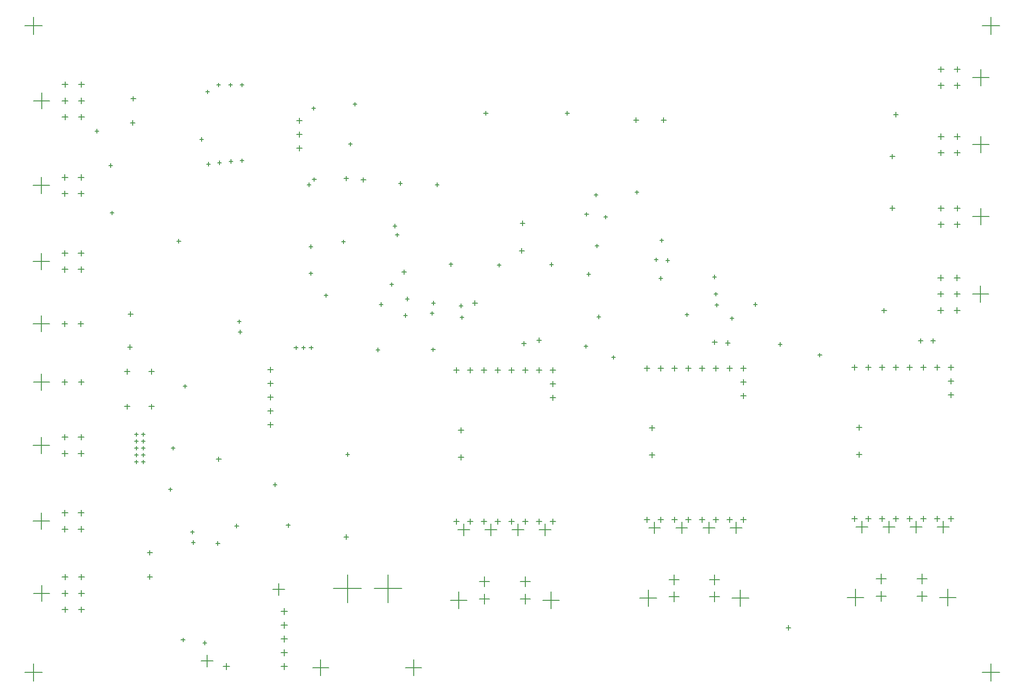
<source format=gbr>
%TF.GenerationSoftware,Altium Limited,Altium Designer,20.1.14 (287)*%
G04 Layer_Color=128*
%FSLAX25Y25*%
%MOIN*%
%TF.SameCoordinates,420D9B4C-C7A0-47ED-81AF-82C992674030*%
%TF.FilePolarity,Positive*%
%TF.FileFunction,Drillmap*%
%TF.Part,Single*%
G01*
G75*
%TA.AperFunction,NonConductor*%
%ADD63C,0.00500*%
D63*
X14852Y313819D02*
X26860D01*
X20856Y307815D02*
Y319823D01*
X47569Y319724D02*
X51781D01*
X49675Y317618D02*
Y321831D01*
X47569Y307913D02*
X51781D01*
X49675Y305807D02*
Y310020D01*
X35758Y319724D02*
X39970D01*
X37864Y317618D02*
Y321831D01*
X35758Y307913D02*
X39970D01*
X37864Y305807D02*
Y310020D01*
X35758Y362989D02*
X39970D01*
X37864Y360883D02*
Y365095D01*
X35758Y374800D02*
X39970D01*
X37864Y372694D02*
Y376906D01*
X47569Y362989D02*
X51781D01*
X49675Y360883D02*
Y365095D01*
X47569Y374800D02*
X51781D01*
X49675Y372694D02*
Y376906D01*
X14852Y368895D02*
X26860D01*
X20856Y362891D02*
Y374898D01*
X198500Y122000D02*
X201500D01*
X200000Y120500D02*
Y123500D01*
X323500Y171500D02*
X327500D01*
X325500Y169500D02*
Y173500D01*
X323500Y191200D02*
X327500D01*
X325500Y189200D02*
Y193200D01*
X382200Y118700D02*
X390800D01*
X386500Y114400D02*
Y123000D01*
X362500Y118700D02*
X371100D01*
X366800Y114400D02*
Y123000D01*
X342800Y118700D02*
X351400D01*
X347100Y114400D02*
Y123000D01*
X323100Y118700D02*
X331700D01*
X327400Y114400D02*
Y123000D01*
X390000Y214700D02*
X394000D01*
X392000Y212700D02*
Y216700D01*
X390000Y224700D02*
X394000D01*
X392000Y222700D02*
Y226700D01*
X390000Y234700D02*
X394000D01*
X392000Y232700D02*
Y236700D01*
X380000Y234700D02*
X384000D01*
X382000Y232700D02*
Y236700D01*
X370000Y234700D02*
X374000D01*
X372000Y232700D02*
Y236700D01*
X360000Y234700D02*
X364000D01*
X362000Y232700D02*
Y236700D01*
X350000Y234700D02*
X354000D01*
X352000Y232700D02*
Y236700D01*
X340000Y234700D02*
X344000D01*
X342000Y232700D02*
Y236700D01*
X330000Y234700D02*
X334000D01*
X332000Y232700D02*
Y236700D01*
X320000Y234700D02*
X324000D01*
X322000Y232700D02*
Y236700D01*
X320000Y124700D02*
X324000D01*
X322000Y122700D02*
Y126700D01*
X330000Y124700D02*
X334000D01*
X332000Y122700D02*
Y126700D01*
X340000Y124700D02*
X344000D01*
X342000Y122700D02*
Y126700D01*
X350000Y124700D02*
X354000D01*
X352000Y122700D02*
Y126700D01*
X360000Y124700D02*
X364000D01*
X362000Y122700D02*
Y126700D01*
X370000Y124700D02*
X374000D01*
X372000Y122700D02*
Y126700D01*
X380000Y124700D02*
X384000D01*
X382000Y122700D02*
Y126700D01*
X390000Y124700D02*
X394000D01*
X392000Y122700D02*
Y126700D01*
X147750Y170000D02*
X151250D01*
X149500Y168250D02*
Y171750D01*
X450750Y416500D02*
X454250D01*
X452500Y414750D02*
Y418250D01*
X240250Y113500D02*
X243750D01*
X242000Y111750D02*
Y115250D01*
X470750Y416500D02*
X474250D01*
X472500Y414750D02*
Y418250D01*
X561250Y47500D02*
X564750D01*
X563000Y45750D02*
Y49250D01*
X262250Y76000D02*
X282550D01*
X272400Y65850D02*
Y86150D01*
X232850Y76000D02*
X253150D01*
X243000Y65850D02*
Y86150D01*
X285100Y18500D02*
X296900D01*
X291000Y12600D02*
Y24400D01*
X217600Y18500D02*
X229400D01*
X223500Y12600D02*
Y24400D01*
X368339Y68500D02*
X375661D01*
X372000Y64839D02*
Y72161D01*
X368339Y81020D02*
X375661D01*
X372000Y77358D02*
Y84681D01*
X338850Y68500D02*
X346173D01*
X342512Y64839D02*
Y72161D01*
X338850Y81020D02*
X346173D01*
X342512Y77358D02*
Y84681D01*
X317748Y67516D02*
X329874D01*
X323811Y61453D02*
Y73579D01*
X384638Y67516D02*
X396764D01*
X390701Y61453D02*
Y73579D01*
X522126Y69016D02*
X534252D01*
X528189Y62953D02*
Y75079D01*
X455236Y69016D02*
X467362D01*
X461299Y62953D02*
Y75079D01*
X476339Y82520D02*
X483661D01*
X480000Y78858D02*
Y86181D01*
X476339Y70000D02*
X483661D01*
X480000Y66339D02*
Y73661D01*
X505827Y82520D02*
X513150D01*
X509488Y78858D02*
Y86181D01*
X505827Y70000D02*
X513150D01*
X509488Y66339D02*
Y73661D01*
X656339Y70500D02*
X663661D01*
X660000Y66839D02*
Y74161D01*
X656339Y83020D02*
X663661D01*
X660000Y79358D02*
Y86681D01*
X626850Y70500D02*
X634173D01*
X630512Y66839D02*
Y74161D01*
X626850Y83020D02*
X634173D01*
X630512Y79358D02*
Y86681D01*
X605748Y69516D02*
X617874D01*
X611811Y63453D02*
Y75579D01*
X672638Y69516D02*
X684764D01*
X678701Y63453D02*
Y75579D01*
X683386Y278189D02*
X687598D01*
X685492Y276083D02*
Y280295D01*
X683386Y290000D02*
X687598D01*
X685492Y287894D02*
Y292106D01*
X683386Y301811D02*
X687598D01*
X685492Y299705D02*
Y303917D01*
X671575Y301811D02*
X675787D01*
X673681Y299705D02*
Y303917D01*
X671575Y290000D02*
X675787D01*
X673681Y287894D02*
Y292106D01*
X671575Y278189D02*
X675787D01*
X673681Y276083D02*
Y280295D01*
X696594Y290000D02*
X708405D01*
X702500Y284095D02*
Y295905D01*
X35902Y442311D02*
X40114D01*
X38008Y440205D02*
Y444417D01*
X35902Y430500D02*
X40114D01*
X38008Y428394D02*
Y432606D01*
X35902Y418689D02*
X40114D01*
X38008Y416583D02*
Y420795D01*
X47713Y418689D02*
X51925D01*
X49819Y416583D02*
Y420795D01*
X47713Y430500D02*
X51925D01*
X49819Y428394D02*
Y432606D01*
X47713Y442311D02*
X51925D01*
X49819Y440205D02*
Y444417D01*
X15094Y430500D02*
X26906D01*
X21000Y424594D02*
Y436406D01*
X81193Y233795D02*
X85091D01*
X83142Y231846D02*
Y235744D01*
X81193Y208205D02*
X85091D01*
X83142Y206256D02*
Y210154D01*
X98909Y208205D02*
X102807D01*
X100858Y206256D02*
Y210154D01*
X98909Y233795D02*
X102807D01*
X100858Y231846D02*
Y235744D01*
X83750Y275500D02*
X87250D01*
X85500Y273750D02*
Y277250D01*
X35681Y268500D02*
X39697D01*
X37689Y266492D02*
Y270508D01*
X47492Y268500D02*
X51508D01*
X49500Y266492D02*
Y270508D01*
X14776Y268500D02*
X26587D01*
X20681Y262595D02*
Y274406D01*
X35856Y226057D02*
X39872D01*
X37864Y224049D02*
Y228065D01*
X47667Y226057D02*
X51683D01*
X49675Y224049D02*
Y228065D01*
X14951Y226057D02*
X26762D01*
X20856Y220152D02*
Y231963D01*
X14852Y180093D02*
X26860D01*
X20856Y174089D02*
Y186097D01*
X47569Y185998D02*
X51781D01*
X49675Y183892D02*
Y188104D01*
X47569Y174187D02*
X51781D01*
X49675Y172081D02*
Y176294D01*
X35758Y185998D02*
X39970D01*
X37864Y183892D02*
Y188104D01*
X35758Y174187D02*
X39970D01*
X37864Y172081D02*
Y176294D01*
X14852Y125017D02*
X26860D01*
X20856Y119013D02*
Y131021D01*
X47569Y130923D02*
X51781D01*
X49675Y128816D02*
Y133029D01*
X47569Y119112D02*
X51781D01*
X49675Y117005D02*
Y121218D01*
X35758Y130923D02*
X39970D01*
X37864Y128816D02*
Y133029D01*
X35758Y119112D02*
X39970D01*
X37864Y117005D02*
Y121218D01*
X35902Y84311D02*
X40114D01*
X38008Y82205D02*
Y86417D01*
X35902Y72500D02*
X40114D01*
X38008Y70394D02*
Y74606D01*
X35902Y60689D02*
X40114D01*
X38008Y58583D02*
Y62795D01*
X47713Y60689D02*
X51925D01*
X49819Y58583D02*
Y62795D01*
X47713Y72500D02*
X51925D01*
X49819Y70394D02*
Y74606D01*
X47713Y84311D02*
X51925D01*
X49819Y82205D02*
Y86417D01*
X15094Y72500D02*
X26906D01*
X21000Y66594D02*
Y78405D01*
X612500Y173500D02*
X616500D01*
X614500Y171500D02*
Y175500D01*
X612500Y193200D02*
X616500D01*
X614500Y191200D02*
Y195200D01*
X671200Y120700D02*
X679800D01*
X675500Y116400D02*
Y125000D01*
X651500Y120700D02*
X660100D01*
X655800Y116400D02*
Y125000D01*
X631800Y120700D02*
X640400D01*
X636100Y116400D02*
Y125000D01*
X612100Y120700D02*
X620700D01*
X616400Y116400D02*
Y125000D01*
X679000Y216700D02*
X683000D01*
X681000Y214700D02*
Y218700D01*
X679000Y226700D02*
X683000D01*
X681000Y224700D02*
Y228700D01*
X679000Y236700D02*
X683000D01*
X681000Y234700D02*
Y238700D01*
X669000Y236700D02*
X673000D01*
X671000Y234700D02*
Y238700D01*
X659000Y236700D02*
X663000D01*
X661000Y234700D02*
Y238700D01*
X649000Y236700D02*
X653000D01*
X651000Y234700D02*
Y238700D01*
X639000Y236700D02*
X643000D01*
X641000Y234700D02*
Y238700D01*
X629000Y236700D02*
X633000D01*
X631000Y234700D02*
Y238700D01*
X619000Y236700D02*
X623000D01*
X621000Y234700D02*
Y238700D01*
X609000Y236700D02*
X613000D01*
X611000Y234700D02*
Y238700D01*
X609000Y126700D02*
X613000D01*
X611000Y124700D02*
Y128700D01*
X619000Y126700D02*
X623000D01*
X621000Y124700D02*
Y128700D01*
X629000Y126700D02*
X633000D01*
X631000Y124700D02*
Y128700D01*
X639000Y126700D02*
X643000D01*
X641000Y124700D02*
Y128700D01*
X649000Y126700D02*
X653000D01*
X651000Y124700D02*
Y128700D01*
X659000Y126700D02*
X663000D01*
X661000Y124700D02*
Y128700D01*
X669000Y126700D02*
X673000D01*
X671000Y124700D02*
Y128700D01*
X679000Y126700D02*
X683000D01*
X681000Y124700D02*
Y128700D01*
X252750Y373000D02*
X256250D01*
X254500Y371250D02*
Y374750D01*
X240250Y374000D02*
X243750D01*
X242000Y372250D02*
Y375750D01*
X657250Y256000D02*
X660750D01*
X659000Y254250D02*
Y257750D01*
X507750Y255000D02*
X511250D01*
X509500Y253250D02*
Y256750D01*
X380250Y256500D02*
X383750D01*
X382000Y254750D02*
Y258250D01*
X369250Y254000D02*
X372750D01*
X371000Y252250D02*
Y255750D01*
X666250Y256000D02*
X669750D01*
X668000Y254250D02*
Y257750D01*
X88423Y188028D02*
X91223D01*
X89823Y186628D02*
Y189428D01*
X93423Y188028D02*
X96223D01*
X94823Y186628D02*
Y189428D01*
X88423Y183028D02*
X91223D01*
X89823Y181628D02*
Y184428D01*
X93423Y183028D02*
X96223D01*
X94823Y181628D02*
Y184428D01*
X88423Y178028D02*
X91223D01*
X89823Y176628D02*
Y179428D01*
X93423Y178028D02*
X96223D01*
X94823Y176628D02*
Y179428D01*
X88423Y173028D02*
X91223D01*
X89823Y171628D02*
Y174428D01*
X93423Y173028D02*
X96223D01*
X94823Y171628D02*
Y174428D01*
X88423Y168028D02*
X91223D01*
X89823Y166628D02*
Y169428D01*
X93423Y168028D02*
X96223D01*
X94823Y166628D02*
Y169428D01*
X636750Y352500D02*
X640250D01*
X638500Y350750D02*
Y354250D01*
X636750Y390000D02*
X640250D01*
X638500Y388250D02*
Y391750D01*
X639250Y420500D02*
X642750D01*
X641000Y418750D02*
Y422250D01*
X85250Y414500D02*
X88750D01*
X87000Y412750D02*
Y416250D01*
X85750Y432000D02*
X89250D01*
X87500Y430250D02*
Y433750D01*
X97750Y84500D02*
X101250D01*
X99500Y82750D02*
Y86250D01*
X97750Y102000D02*
X101250D01*
X99500Y100250D02*
Y103750D01*
X83250Y251500D02*
X86750D01*
X85000Y249750D02*
Y253250D01*
X282250Y306000D02*
X285750D01*
X284000Y304250D02*
Y307750D01*
X367750Y321500D02*
X371250D01*
X369500Y319750D02*
Y323250D01*
X368250Y341500D02*
X371750D01*
X370000Y339750D02*
Y343250D01*
X161000Y121500D02*
X164000D01*
X162500Y120000D02*
Y123000D01*
X333750Y283500D02*
X337250D01*
X335500Y281750D02*
Y285250D01*
X630750Y278000D02*
X634250D01*
X632500Y276250D02*
Y279750D01*
X683530Y453406D02*
X687742D01*
X685636Y451299D02*
Y455512D01*
X683530Y441595D02*
X687742D01*
X685636Y439488D02*
Y443701D01*
X671719Y453406D02*
X675931D01*
X673825Y451299D02*
Y455512D01*
X671719Y441595D02*
X675931D01*
X673825Y439488D02*
Y443701D01*
X696640Y447500D02*
X708648D01*
X702644Y441496D02*
Y453504D01*
X683530Y404500D02*
X687742D01*
X685636Y402394D02*
Y406606D01*
X683530Y392689D02*
X687742D01*
X685636Y390583D02*
Y394795D01*
X671719Y404500D02*
X675931D01*
X673825Y402394D02*
Y406606D01*
X671719Y392689D02*
X675931D01*
X673825Y390583D02*
Y394795D01*
X696640Y398594D02*
X708648D01*
X702644Y392591D02*
Y404598D01*
X683530Y352406D02*
X687742D01*
X685636Y350299D02*
Y354512D01*
X683530Y340595D02*
X687742D01*
X685636Y338488D02*
Y342701D01*
X671719Y352406D02*
X675931D01*
X673825Y350299D02*
Y354512D01*
X671719Y340595D02*
X675931D01*
X673825Y338488D02*
Y342701D01*
X696640Y346500D02*
X708648D01*
X702644Y340496D02*
Y352504D01*
X341898Y421500D02*
X345047D01*
X343472Y419925D02*
Y423075D01*
X400953Y421500D02*
X404102D01*
X402528Y419925D02*
Y423075D01*
X517250Y254500D02*
X520750D01*
X519000Y252750D02*
Y256250D01*
X528500Y126200D02*
X532500D01*
X530500Y124200D02*
Y128200D01*
X518500Y126200D02*
X522500D01*
X520500Y124200D02*
Y128200D01*
X508500Y126200D02*
X512500D01*
X510500Y124200D02*
Y128200D01*
X498500Y126200D02*
X502500D01*
X500500Y124200D02*
Y128200D01*
X488500Y126200D02*
X492500D01*
X490500Y124200D02*
Y128200D01*
X478500Y126200D02*
X482500D01*
X480500Y124200D02*
Y128200D01*
X468500Y126200D02*
X472500D01*
X470500Y124200D02*
Y128200D01*
X458500Y126200D02*
X462500D01*
X460500Y124200D02*
Y128200D01*
X458500Y236200D02*
X462500D01*
X460500Y234200D02*
Y238200D01*
X468500Y236200D02*
X472500D01*
X470500Y234200D02*
Y238200D01*
X478500Y236200D02*
X482500D01*
X480500Y234200D02*
Y238200D01*
X488500Y236200D02*
X492500D01*
X490500Y234200D02*
Y238200D01*
X498500Y236200D02*
X502500D01*
X500500Y234200D02*
Y238200D01*
X508500Y236200D02*
X512500D01*
X510500Y234200D02*
Y238200D01*
X518500Y236200D02*
X522500D01*
X520500Y234200D02*
Y238200D01*
X528500Y236200D02*
X532500D01*
X530500Y234200D02*
Y238200D01*
X528500Y226200D02*
X532500D01*
X530500Y224200D02*
Y228200D01*
X528500Y216200D02*
X532500D01*
X530500Y214200D02*
Y218200D01*
X461600Y120200D02*
X470200D01*
X465900Y115900D02*
Y124500D01*
X481300Y120200D02*
X489900D01*
X485600Y115900D02*
Y124500D01*
X501000Y120200D02*
X509600D01*
X505300Y115900D02*
Y124500D01*
X520700Y120200D02*
X529300D01*
X525000Y115900D02*
Y124500D01*
X462000Y192700D02*
X466000D01*
X464000Y190700D02*
Y194700D01*
X462000Y173000D02*
X466000D01*
X464000Y171000D02*
Y175000D01*
X194700Y59500D02*
X199300D01*
X197000Y57200D02*
Y61800D01*
X194700Y49500D02*
X199300D01*
X197000Y47200D02*
Y51800D01*
X194700Y39500D02*
X199300D01*
X197000Y37200D02*
Y41800D01*
X194700Y29500D02*
X199300D01*
X197000Y27200D02*
Y31800D01*
X194700Y19500D02*
X199300D01*
X197000Y17200D02*
Y21800D01*
X152700Y19500D02*
X157300D01*
X155000Y17200D02*
Y21800D01*
X188700Y75500D02*
X197300D01*
X193000Y71200D02*
Y79800D01*
X136700Y23500D02*
X145300D01*
X141000Y19200D02*
Y27800D01*
X184992Y195000D02*
X189008D01*
X187000Y192992D02*
Y197008D01*
X184992Y205000D02*
X189008D01*
X187000Y202992D02*
Y207008D01*
X184992Y215000D02*
X189008D01*
X187000Y212992D02*
Y217008D01*
X184992Y225000D02*
X189008D01*
X187000Y222992D02*
Y227008D01*
X184992Y235000D02*
X189008D01*
X187000Y232992D02*
Y237008D01*
X205992Y416000D02*
X210008D01*
X208000Y413992D02*
Y418008D01*
X205992Y406000D02*
X210008D01*
X208000Y403992D02*
Y408008D01*
X205992Y396000D02*
X210008D01*
X208000Y393992D02*
Y398008D01*
X474100Y314500D02*
X476900D01*
X475500Y313100D02*
Y315900D01*
X703700Y485000D02*
X716300D01*
X710000Y478700D02*
Y491300D01*
X8700Y485000D02*
X21300D01*
X15000Y478700D02*
Y491300D01*
X304100Y283500D02*
X306900D01*
X305500Y282100D02*
Y284900D01*
X537600Y282500D02*
X540400D01*
X539000Y281100D02*
Y283900D01*
X469100Y301500D02*
X471900D01*
X470500Y300100D02*
Y302900D01*
X509600Y282000D02*
X512400D01*
X511000Y280600D02*
Y283400D01*
X509100Y290000D02*
X511900D01*
X510500Y288600D02*
Y291400D01*
X263600Y249500D02*
X266400D01*
X265000Y248100D02*
Y250900D01*
X138100Y36500D02*
X140900D01*
X139500Y35100D02*
Y37900D01*
X189100Y151500D02*
X191900D01*
X190500Y150100D02*
Y152900D01*
X415114Y348000D02*
X417914D01*
X416514Y346600D02*
Y349400D01*
X429100Y346000D02*
X431900D01*
X430500Y344600D02*
Y347400D01*
X555600Y253500D02*
X558400D01*
X557000Y252100D02*
Y254900D01*
X226100Y289000D02*
X228900D01*
X227500Y287600D02*
Y290400D01*
X215100Y324500D02*
X217900D01*
X216500Y323100D02*
Y325900D01*
X59600Y408500D02*
X62400D01*
X61000Y407100D02*
Y409900D01*
X69600Y383500D02*
X72400D01*
X71000Y382100D02*
Y384900D01*
X70600Y349000D02*
X73400D01*
X72000Y347600D02*
Y350400D01*
X119114Y328486D02*
X121914D01*
X120514Y327086D02*
Y329886D01*
X113100Y148000D02*
X115900D01*
X114500Y146600D02*
Y149400D01*
X273600Y297000D02*
X276400D01*
X275000Y295600D02*
Y298400D01*
X123600Y223000D02*
X126400D01*
X125000Y221600D02*
Y224400D01*
X324600Y273000D02*
X327400D01*
X326000Y271600D02*
Y274400D01*
X266100Y282500D02*
X268900D01*
X267500Y281100D02*
Y283900D01*
X324100Y281500D02*
X326900D01*
X325500Y280100D02*
Y282900D01*
X283600Y274500D02*
X286400D01*
X285000Y273100D02*
Y275900D01*
X303100Y276000D02*
X305900D01*
X304500Y274600D02*
Y277400D01*
X285100Y286500D02*
X287900D01*
X286500Y285100D02*
Y287900D01*
X217489Y373389D02*
X220289D01*
X218889Y371989D02*
Y374789D01*
X213600Y369500D02*
X216400D01*
X215000Y368100D02*
Y370900D01*
X424100Y273500D02*
X426900D01*
X425500Y272100D02*
Y274900D01*
X416600Y304500D02*
X419400D01*
X418000Y303100D02*
Y305900D01*
X306600Y369500D02*
X309400D01*
X308000Y368100D02*
Y370900D01*
X277600Y333000D02*
X280400D01*
X279000Y331600D02*
Y334400D01*
X276065Y339535D02*
X278865D01*
X277465Y338135D02*
Y340935D01*
X280100Y370500D02*
X282900D01*
X281500Y369100D02*
Y371900D01*
X238600Y328000D02*
X241400D01*
X240000Y326600D02*
Y329400D01*
X247100Y428000D02*
X249900D01*
X248500Y426600D02*
Y429400D01*
X243600Y399000D02*
X246400D01*
X245000Y397600D02*
Y400400D01*
X217100Y425000D02*
X219900D01*
X218500Y423600D02*
Y426400D01*
X140600Y384500D02*
X143400D01*
X142000Y383100D02*
Y385900D01*
X148600Y385500D02*
X151400D01*
X150000Y384100D02*
Y386900D01*
X157100Y386500D02*
X159900D01*
X158500Y385100D02*
Y387900D01*
X165100Y387000D02*
X167900D01*
X166500Y385600D02*
Y388400D01*
X389600Y311500D02*
X392400D01*
X391000Y310100D02*
Y312900D01*
X422600Y325000D02*
X425400D01*
X424000Y323600D02*
Y326400D01*
X465600Y315000D02*
X468400D01*
X467000Y313600D02*
Y316400D01*
X469600Y329000D02*
X472400D01*
X471000Y327600D02*
Y330400D01*
X422100Y362000D02*
X424900D01*
X423500Y360600D02*
Y363400D01*
X451600Y364000D02*
X454400D01*
X453000Y362600D02*
Y365400D01*
X215226Y251000D02*
X218026D01*
X216626Y249600D02*
Y252400D01*
X209726Y251000D02*
X212526D01*
X211126Y249600D02*
Y252400D01*
X204226Y251000D02*
X207026D01*
X205626Y249600D02*
Y252400D01*
X351600Y311000D02*
X354400D01*
X353000Y309600D02*
Y312400D01*
X316655Y311555D02*
X319455D01*
X318055Y310155D02*
Y312955D01*
X135600Y402500D02*
X138400D01*
X137000Y401100D02*
Y403900D01*
X165100Y442000D02*
X167900D01*
X166500Y440600D02*
Y443400D01*
X156600Y442000D02*
X159400D01*
X158000Y440600D02*
Y443400D01*
X148100Y442000D02*
X150900D01*
X149500Y440600D02*
Y443400D01*
X140100Y437000D02*
X142900D01*
X141500Y435600D02*
Y438400D01*
X115036Y178028D02*
X117836D01*
X116436Y176628D02*
Y179428D01*
X215100Y305000D02*
X217900D01*
X216500Y303600D02*
Y306400D01*
X129620Y109520D02*
X132420D01*
X131020Y108120D02*
Y110920D01*
X147466Y108866D02*
X150266D01*
X148866Y107466D02*
Y110266D01*
X129100Y117000D02*
X131900D01*
X130500Y115600D02*
Y118400D01*
X122234Y38634D02*
X125034D01*
X123634Y37234D02*
Y40034D01*
X241600Y173500D02*
X244400D01*
X243000Y172100D02*
Y174900D01*
X520600Y272400D02*
X523400D01*
X522000Y271000D02*
Y273800D01*
X488100Y275000D02*
X490900D01*
X489500Y273600D02*
Y276400D01*
X508100Y302500D02*
X510900D01*
X509500Y301100D02*
Y303900D01*
X584466Y245634D02*
X587266D01*
X585866Y244234D02*
Y247034D01*
X434600Y244000D02*
X437400D01*
X436000Y242600D02*
Y245400D01*
X414600Y252000D02*
X417400D01*
X416000Y250600D02*
Y253400D01*
X303783Y249683D02*
X306583D01*
X305183Y248283D02*
Y251083D01*
X163600Y262500D02*
X166400D01*
X165000Y261100D02*
Y263900D01*
X163100Y270000D02*
X165900D01*
X164500Y268600D02*
Y271400D01*
X703700Y15000D02*
X716300D01*
X710000Y8700D02*
Y21300D01*
X8700Y15000D02*
X21300D01*
X15000Y8700D02*
Y21300D01*
%TF.MD5,9fa80c1bfaba0ab1b13339eded02600d*%
M02*

</source>
